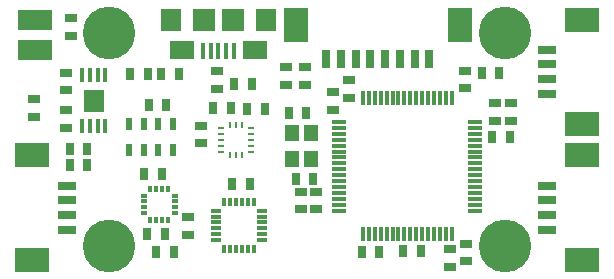
<source format=gts>
G04 (created by PCBNEW (2013-mar-13)-testing) date Mon 17 Mar 2014 10:10:55 PM CET*
%MOIN*%
G04 Gerber Fmt 3.4, Leading zero omitted, Abs format*
%FSLAX34Y34*%
G01*
G70*
G90*
G04 APERTURE LIST*
%ADD10C,0.005906*%
%ADD11R,0.045276X0.055118*%
%ADD12R,0.066142X0.074016*%
%ADD13R,0.016535X0.047244*%
%ADD14R,0.023622X0.043307*%
%ADD15R,0.074803X0.074803*%
%ADD16R,0.070866X0.074803*%
%ADD17R,0.082677X0.062992*%
%ADD18R,0.015748X0.053150*%
%ADD19R,0.047244X0.011811*%
%ADD20R,0.011811X0.047244*%
%ADD21R,0.021654X0.011811*%
%ADD22R,0.011811X0.021654*%
%ADD23R,0.009843X0.019685*%
%ADD24R,0.019685X0.009843*%
%ADD25C,0.175197*%
%ADD26R,0.039370X0.025591*%
%ADD27R,0.025591X0.039370*%
%ADD28R,0.033465X0.013780*%
%ADD29R,0.013780X0.031496*%
%ADD30R,0.062992X0.031496*%
%ADD31R,0.118110X0.082677*%
%ADD32R,0.031496X0.062992*%
%ADD33R,0.082677X0.118110*%
%ADD34R,0.118110X0.070866*%
G04 APERTURE END LIST*
G54D10*
G54D11*
X22559Y-14527D03*
X22559Y-15393D03*
X21929Y-15393D03*
X21929Y-14527D03*
G54D12*
X15334Y-13466D03*
G54D13*
X14950Y-12611D03*
X15206Y-12611D03*
X15462Y-12611D03*
X15718Y-12611D03*
X15718Y-14320D03*
X15462Y-14320D03*
X15206Y-14320D03*
X14950Y-14320D03*
G54D14*
X16993Y-14246D03*
X16501Y-14246D03*
X17486Y-14246D03*
X17978Y-14246D03*
X17978Y-15113D03*
X17486Y-15113D03*
X16501Y-15113D03*
X16993Y-15113D03*
G54D15*
X19015Y-10757D03*
X19960Y-10757D03*
G54D16*
X17913Y-10757D03*
X21062Y-10757D03*
G54D17*
X20708Y-11761D03*
X18267Y-11761D03*
G54D18*
X20000Y-11811D03*
X19744Y-11811D03*
X18976Y-11811D03*
X19232Y-11811D03*
X19488Y-11811D03*
G54D19*
X23523Y-14173D03*
X23523Y-14370D03*
X23523Y-14566D03*
X23523Y-14763D03*
X23523Y-14960D03*
X23523Y-15157D03*
X23523Y-15354D03*
X23523Y-15551D03*
X23523Y-15748D03*
X23523Y-15944D03*
X23523Y-16141D03*
X23523Y-16338D03*
X23523Y-16535D03*
X23523Y-16732D03*
X23523Y-16929D03*
X23523Y-17125D03*
G54D20*
X24311Y-17913D03*
X24507Y-17913D03*
X24704Y-17913D03*
X24901Y-17913D03*
X25098Y-17913D03*
X25295Y-17913D03*
X25492Y-17913D03*
X25688Y-17913D03*
X25885Y-17913D03*
X26082Y-17913D03*
X26279Y-17913D03*
X26476Y-17913D03*
X26673Y-17913D03*
X26870Y-17913D03*
X27066Y-17913D03*
X27263Y-17913D03*
G54D19*
X28051Y-17125D03*
X28051Y-16929D03*
X28051Y-16732D03*
X28051Y-16535D03*
X28051Y-16338D03*
X28051Y-16141D03*
X28051Y-15944D03*
X28051Y-15748D03*
X28051Y-15551D03*
X28051Y-15354D03*
X28051Y-15157D03*
X28051Y-14960D03*
X28051Y-14763D03*
X28051Y-14566D03*
X28051Y-14370D03*
X28051Y-14173D03*
G54D20*
X27263Y-13385D03*
X27066Y-13385D03*
X26870Y-13385D03*
X26673Y-13385D03*
X26476Y-13385D03*
X26279Y-13385D03*
X26082Y-13385D03*
X25885Y-13385D03*
X25688Y-13385D03*
X25492Y-13385D03*
X25295Y-13385D03*
X25098Y-13385D03*
X24901Y-13385D03*
X24704Y-13385D03*
X24507Y-13385D03*
X24311Y-13385D03*
G54D21*
X18041Y-17018D03*
X18041Y-17215D03*
X18041Y-16821D03*
X18041Y-16624D03*
X16998Y-16624D03*
X16998Y-16821D03*
X16998Y-17215D03*
X16998Y-17018D03*
G54D22*
X17815Y-17441D03*
X17618Y-17441D03*
X17224Y-17441D03*
X17421Y-17441D03*
X17421Y-16398D03*
X17224Y-16398D03*
X17618Y-16398D03*
X17815Y-16398D03*
G54D23*
X19881Y-14271D03*
X20078Y-14271D03*
X20275Y-14271D03*
X20275Y-15255D03*
X20078Y-15255D03*
X19881Y-15255D03*
G54D24*
X20570Y-14370D03*
X20570Y-14566D03*
X20570Y-14763D03*
X20570Y-15157D03*
X20570Y-14960D03*
X19586Y-14960D03*
X19586Y-15157D03*
X19586Y-14763D03*
X19586Y-14566D03*
X19586Y-14370D03*
G54D25*
X29035Y-11220D03*
X29035Y-18307D03*
X15846Y-18307D03*
X15846Y-11220D03*
G54D26*
X27755Y-18818D03*
X27755Y-18228D03*
X27204Y-18996D03*
X27204Y-18405D03*
G54D27*
X29212Y-14665D03*
X28622Y-14665D03*
G54D26*
X22736Y-16496D03*
X22736Y-17086D03*
X28700Y-13543D03*
X28700Y-14133D03*
G54D27*
X24264Y-18500D03*
X24855Y-18500D03*
G54D26*
X23307Y-13169D03*
X23307Y-13759D03*
X23858Y-12775D03*
X23858Y-13366D03*
G54D27*
X28858Y-12539D03*
X28267Y-12539D03*
X15118Y-15610D03*
X14527Y-15610D03*
X15118Y-15078D03*
X14527Y-15078D03*
G54D26*
X22362Y-12933D03*
X22362Y-12342D03*
X22244Y-16496D03*
X22244Y-17086D03*
X21732Y-12933D03*
X21732Y-12342D03*
X29232Y-13543D03*
X29232Y-14133D03*
G54D27*
X19304Y-13720D03*
X19895Y-13720D03*
X21043Y-13740D03*
X20452Y-13740D03*
X18011Y-18503D03*
X17421Y-18503D03*
X17716Y-17913D03*
X17125Y-17913D03*
X17024Y-15900D03*
X17615Y-15900D03*
G54D26*
X18484Y-17933D03*
X18484Y-17342D03*
G54D27*
X19940Y-16240D03*
X20531Y-16240D03*
G54D26*
X18897Y-14881D03*
X18897Y-14291D03*
G54D27*
X17164Y-13600D03*
X17755Y-13600D03*
G54D26*
X14586Y-10708D03*
X14586Y-11299D03*
X27696Y-12460D03*
X27696Y-13051D03*
G54D27*
X20610Y-12893D03*
X20019Y-12893D03*
G54D26*
X19429Y-12480D03*
X19429Y-13070D03*
G54D27*
X25649Y-18484D03*
X26240Y-18484D03*
X18169Y-12559D03*
X17578Y-12559D03*
X16555Y-12559D03*
X17145Y-12559D03*
G54D26*
X13326Y-13405D03*
X13326Y-13996D03*
X14419Y-13120D03*
X14419Y-12529D03*
X14419Y-13769D03*
X14419Y-14360D03*
G54D27*
X22066Y-16062D03*
X22657Y-16062D03*
X22421Y-13858D03*
X21830Y-13858D03*
G54D28*
X19399Y-18110D03*
X19399Y-17913D03*
X19399Y-17716D03*
X19399Y-17519D03*
X19399Y-17322D03*
X19399Y-17125D03*
X20954Y-17125D03*
X20954Y-17322D03*
X20954Y-17519D03*
X20954Y-17716D03*
X20954Y-17913D03*
X20954Y-18110D03*
G54D29*
X20078Y-16830D03*
X20275Y-16830D03*
X19881Y-16830D03*
X19685Y-16830D03*
X20472Y-16830D03*
X20669Y-16830D03*
X20669Y-18405D03*
X20472Y-18405D03*
X19685Y-18405D03*
X19881Y-18405D03*
X20275Y-18405D03*
X20078Y-18405D03*
G54D30*
X14429Y-17765D03*
X14429Y-17273D03*
X14429Y-16781D03*
X14429Y-16289D03*
G54D31*
X13287Y-15285D03*
X13287Y-18769D03*
G54D30*
X30452Y-11761D03*
X30452Y-12253D03*
X30452Y-12746D03*
X30452Y-13238D03*
G54D31*
X31594Y-14242D03*
X31594Y-10757D03*
G54D30*
X30452Y-16289D03*
X30452Y-16781D03*
X30452Y-17273D03*
X30452Y-17765D03*
G54D31*
X31594Y-18769D03*
X31594Y-15285D03*
G54D32*
X26525Y-12066D03*
X23080Y-12066D03*
X26033Y-12066D03*
X23572Y-12066D03*
X24064Y-12066D03*
X24557Y-12066D03*
X25049Y-12066D03*
X25541Y-12066D03*
G54D33*
X27529Y-10925D03*
X22076Y-10925D03*
G54D34*
X13385Y-11779D03*
X13385Y-10779D03*
M02*

</source>
